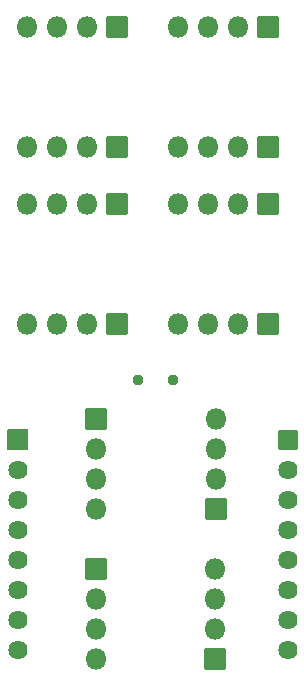
<source format=gbr>
G04 #@! TF.GenerationSoftware,KiCad,Pcbnew,6.0.9*
G04 #@! TF.CreationDate,2022-11-13T16:30:06+01:00*
G04 #@! TF.ProjectId,mikro-spiflash,6d696b72-6f2d-4737-9069-666c6173682e,rev?*
G04 #@! TF.SameCoordinates,Original*
G04 #@! TF.FileFunction,Soldermask,Top*
G04 #@! TF.FilePolarity,Negative*
%FSLAX46Y46*%
G04 Gerber Fmt 4.6, Leading zero omitted, Abs format (unit mm)*
G04 Created by KiCad (PCBNEW 6.0.9) date 2022-11-13 16:30:06*
%MOMM*%
%LPD*%
G01*
G04 APERTURE LIST*
G04 Aperture macros list*
%AMRoundRect*
0 Rectangle with rounded corners*
0 $1 Rounding radius*
0 $2 $3 $4 $5 $6 $7 $8 $9 X,Y pos of 4 corners*
0 Add a 4 corners polygon primitive as box body*
4,1,4,$2,$3,$4,$5,$6,$7,$8,$9,$2,$3,0*
0 Add four circle primitives for the rounded corners*
1,1,$1+$1,$2,$3*
1,1,$1+$1,$4,$5*
1,1,$1+$1,$6,$7*
1,1,$1+$1,$8,$9*
0 Add four rect primitives between the rounded corners*
20,1,$1+$1,$2,$3,$4,$5,0*
20,1,$1+$1,$4,$5,$6,$7,0*
20,1,$1+$1,$6,$7,$8,$9,0*
20,1,$1+$1,$8,$9,$2,$3,0*%
G04 Aperture macros list end*
%ADD10RoundRect,0.051000X-0.838200X-0.838200X0.838200X-0.838200X0.838200X0.838200X-0.838200X0.838200X0*%
%ADD11C,1.626000*%
%ADD12RoundRect,0.051000X-0.762000X-0.762000X0.762000X-0.762000X0.762000X0.762000X-0.762000X0.762000X0*%
%ADD13C,0.952000*%
%ADD14RoundRect,0.051000X0.850000X0.850000X-0.850000X0.850000X-0.850000X-0.850000X0.850000X-0.850000X0*%
%ADD15O,1.802000X1.802000*%
%ADD16RoundRect,0.051000X-0.850000X-0.850000X0.850000X-0.850000X0.850000X0.850000X-0.850000X0.850000X0*%
%ADD17RoundRect,0.051000X-0.850000X0.850000X-0.850000X-0.850000X0.850000X-0.850000X0.850000X0.850000X0*%
G04 APERTURE END LIST*
D10*
X89432000Y-46990000D03*
D11*
X89432000Y-49530000D03*
X89432000Y-52070000D03*
X89432000Y-54610000D03*
X89432000Y-57150000D03*
X89432000Y-59690000D03*
X89432000Y-62230000D03*
X89432000Y-64770000D03*
X112292000Y-64770000D03*
X112292000Y-62230000D03*
X112292000Y-59690000D03*
X112292000Y-57150000D03*
X112292000Y-54610000D03*
X112292000Y-52070000D03*
X112292000Y-49530000D03*
D12*
X112292000Y-46990000D03*
D13*
X102616000Y-41910000D03*
X99616000Y-41910000D03*
D14*
X106171000Y-65532000D03*
D15*
X106171000Y-62992000D03*
X106171000Y-60452000D03*
X106171000Y-57912000D03*
D16*
X96036000Y-57912000D03*
D15*
X96036000Y-60452000D03*
X96036000Y-62992000D03*
X96036000Y-65532000D03*
X103029000Y-12001500D03*
X105569000Y-12001500D03*
X108109000Y-12001500D03*
D17*
X110649000Y-12001500D03*
D15*
X90234000Y-27048500D03*
X92774000Y-27048500D03*
X95314000Y-27048500D03*
D17*
X97854000Y-27048500D03*
X97854000Y-12001500D03*
D15*
X95314000Y-12001500D03*
X92774000Y-12001500D03*
X90234000Y-12001500D03*
D17*
X110649000Y-27048500D03*
D15*
X108109000Y-27048500D03*
X105569000Y-27048500D03*
X103029000Y-27048500D03*
D14*
X106196000Y-52832000D03*
D15*
X106196000Y-50292000D03*
X106196000Y-47752000D03*
X106196000Y-45212000D03*
D17*
X97854000Y-22161500D03*
D15*
X95314000Y-22161500D03*
X92774000Y-22161500D03*
X90234000Y-22161500D03*
D17*
X110649000Y-37208500D03*
D15*
X108109000Y-37208500D03*
X105569000Y-37208500D03*
X103029000Y-37208500D03*
X103029000Y-22161500D03*
X105569000Y-22161500D03*
X108109000Y-22161500D03*
D17*
X110649000Y-22161500D03*
D15*
X90234000Y-37208500D03*
X92774000Y-37208500D03*
X95314000Y-37208500D03*
D17*
X97854000Y-37208500D03*
D15*
X96061000Y-52842000D03*
X96061000Y-50302000D03*
X96061000Y-47762000D03*
D16*
X96061000Y-45222000D03*
M02*

</source>
